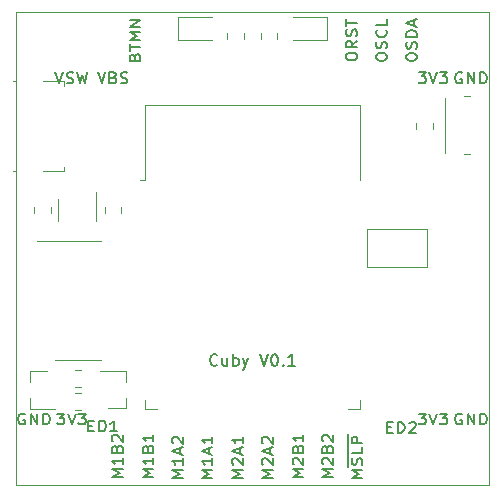
<source format=gbr>
G04 #@! TF.GenerationSoftware,KiCad,Pcbnew,(5.1.4)-1*
G04 #@! TF.CreationDate,2019-10-09T21:16:12+02:00*
G04 #@! TF.ProjectId,Front,46726f6e-742e-46b6-9963-61645f706362,rev?*
G04 #@! TF.SameCoordinates,Original*
G04 #@! TF.FileFunction,Legend,Top*
G04 #@! TF.FilePolarity,Positive*
%FSLAX46Y46*%
G04 Gerber Fmt 4.6, Leading zero omitted, Abs format (unit mm)*
G04 Created by KiCad (PCBNEW (5.1.4)-1) date 2019-10-09 21:16:12*
%MOMM*%
%LPD*%
G04 APERTURE LIST*
%ADD10C,0.150000*%
%ADD11C,0.100000*%
%ADD12C,0.120000*%
G04 APERTURE END LIST*
D10*
X212523809Y-132857142D02*
X212476190Y-132904761D01*
X212333333Y-132952380D01*
X212238095Y-132952380D01*
X212095238Y-132904761D01*
X212000000Y-132809523D01*
X211952380Y-132714285D01*
X211904761Y-132523809D01*
X211904761Y-132380952D01*
X211952380Y-132190476D01*
X212000000Y-132095238D01*
X212095238Y-132000000D01*
X212238095Y-131952380D01*
X212333333Y-131952380D01*
X212476190Y-132000000D01*
X212523809Y-132047619D01*
X213380952Y-132285714D02*
X213380952Y-132952380D01*
X212952380Y-132285714D02*
X212952380Y-132809523D01*
X213000000Y-132904761D01*
X213095238Y-132952380D01*
X213238095Y-132952380D01*
X213333333Y-132904761D01*
X213380952Y-132857142D01*
X213857142Y-132952380D02*
X213857142Y-131952380D01*
X213857142Y-132333333D02*
X213952380Y-132285714D01*
X214142857Y-132285714D01*
X214238095Y-132333333D01*
X214285714Y-132380952D01*
X214333333Y-132476190D01*
X214333333Y-132761904D01*
X214285714Y-132857142D01*
X214238095Y-132904761D01*
X214142857Y-132952380D01*
X213952380Y-132952380D01*
X213857142Y-132904761D01*
X214666666Y-132285714D02*
X214904761Y-132952380D01*
X215142857Y-132285714D02*
X214904761Y-132952380D01*
X214809523Y-133190476D01*
X214761904Y-133238095D01*
X214666666Y-133285714D01*
X216142857Y-131952380D02*
X216476190Y-132952380D01*
X216809523Y-131952380D01*
X217333333Y-131952380D02*
X217428571Y-131952380D01*
X217523809Y-132000000D01*
X217571428Y-132047619D01*
X217619047Y-132142857D01*
X217666666Y-132333333D01*
X217666666Y-132571428D01*
X217619047Y-132761904D01*
X217571428Y-132857142D01*
X217523809Y-132904761D01*
X217428571Y-132952380D01*
X217333333Y-132952380D01*
X217238095Y-132904761D01*
X217190476Y-132857142D01*
X217142857Y-132761904D01*
X217095238Y-132571428D01*
X217095238Y-132333333D01*
X217142857Y-132142857D01*
X217190476Y-132047619D01*
X217238095Y-132000000D01*
X217333333Y-131952380D01*
X218095238Y-132857142D02*
X218142857Y-132904761D01*
X218095238Y-132952380D01*
X218047619Y-132904761D01*
X218095238Y-132857142D01*
X218095238Y-132952380D01*
X219095238Y-132952380D02*
X218523809Y-132952380D01*
X218809523Y-132952380D02*
X218809523Y-131952380D01*
X218714285Y-132095238D01*
X218619047Y-132190476D01*
X218523809Y-132238095D01*
D11*
X225200000Y-121400000D02*
X230300000Y-121400000D01*
X225200000Y-124600000D02*
X225200000Y-121400000D01*
X230300000Y-124600000D02*
X225200000Y-124600000D01*
X230300000Y-121400000D02*
X230300000Y-124600000D01*
X195500000Y-143000000D02*
X195500000Y-103000000D01*
X235500000Y-143000000D02*
X195500000Y-143000000D01*
X235500000Y-103000000D02*
X235500000Y-143000000D01*
X195500000Y-103000000D02*
X235500000Y-103000000D01*
D12*
X199510000Y-116460000D02*
X199510000Y-116080000D01*
X195460000Y-116460000D02*
X195200000Y-116460000D01*
X199510000Y-116460000D02*
X197740000Y-116460000D01*
X199510000Y-108840000D02*
X199510000Y-109220000D01*
X197740000Y-108840000D02*
X199510000Y-108840000D01*
X195200000Y-108840000D02*
X195460000Y-108840000D01*
X206380000Y-117255000D02*
X206000000Y-117255000D01*
X206380000Y-110835000D02*
X206380000Y-117255000D01*
X224620000Y-110835000D02*
X224620000Y-117255000D01*
X206380000Y-110835000D02*
X224620000Y-110835000D01*
X224620000Y-136580000D02*
X223620000Y-136580000D01*
X224620000Y-135800000D02*
X224620000Y-136580000D01*
X206380000Y-136580000D02*
X207380000Y-136580000D01*
X206380000Y-135800000D02*
X206380000Y-136580000D01*
X200700000Y-132460000D02*
X202650000Y-132460000D01*
X200700000Y-132460000D02*
X198750000Y-132460000D01*
X200700000Y-122340000D02*
X202650000Y-122340000D01*
X200700000Y-122340000D02*
X197250000Y-122340000D01*
X204760000Y-136560000D02*
X203300000Y-136560000D01*
X204760000Y-133400000D02*
X202600000Y-133400000D01*
X204760000Y-133400000D02*
X204760000Y-134330000D01*
X204760000Y-136560000D02*
X204760000Y-135630000D01*
X196650000Y-133410000D02*
X198110000Y-133410000D01*
X196650000Y-136570000D02*
X198810000Y-136570000D01*
X196650000Y-136570000D02*
X196650000Y-135640000D01*
X196650000Y-133410000D02*
X196650000Y-134340000D01*
X199030000Y-118860000D02*
X199030000Y-120660000D01*
X202250000Y-120660000D02*
X202250000Y-118210000D01*
X235500000Y-111165000D02*
X235500000Y-110240000D01*
X233375000Y-115040000D02*
X233925000Y-115040000D01*
X233375000Y-110140000D02*
X233925000Y-110140000D01*
X231800000Y-114940000D02*
X231800000Y-110240000D01*
X235500000Y-114940000D02*
X235500000Y-114015000D01*
X209215000Y-105360000D02*
X212075000Y-105360000D01*
X209215000Y-103440000D02*
X209215000Y-105360000D01*
X212075000Y-103440000D02*
X209215000Y-103440000D01*
X221785000Y-103440000D02*
X218925000Y-103440000D01*
X221785000Y-105360000D02*
X221785000Y-103440000D01*
X218925000Y-105360000D02*
X221785000Y-105360000D01*
X196990000Y-120018578D02*
X196990000Y-119501422D01*
X198410000Y-120018578D02*
X198410000Y-119501422D01*
X204410000Y-120018578D02*
X204410000Y-119501422D01*
X202990000Y-120018578D02*
X202990000Y-119501422D01*
X200441422Y-133290000D02*
X200958578Y-133290000D01*
X200441422Y-134710000D02*
X200958578Y-134710000D01*
X200441422Y-136710000D02*
X200958578Y-136710000D01*
X200441422Y-135290000D02*
X200958578Y-135290000D01*
X217610000Y-104741422D02*
X217610000Y-105258578D01*
X216190000Y-104741422D02*
X216190000Y-105258578D01*
X213390000Y-104741422D02*
X213390000Y-105258578D01*
X214810000Y-104741422D02*
X214810000Y-105258578D01*
X230810000Y-112391422D02*
X230810000Y-112908578D01*
X229390000Y-112391422D02*
X229390000Y-112908578D01*
D10*
X229561904Y-108107142D02*
X230180952Y-108107142D01*
X229847619Y-108450000D01*
X229990476Y-108450000D01*
X230085714Y-108492857D01*
X230133333Y-108535714D01*
X230180952Y-108621428D01*
X230180952Y-108835714D01*
X230133333Y-108921428D01*
X230085714Y-108964285D01*
X229990476Y-109007142D01*
X229704761Y-109007142D01*
X229609523Y-108964285D01*
X229561904Y-108921428D01*
X230466666Y-108107142D02*
X230800000Y-109007142D01*
X231133333Y-108107142D01*
X231371428Y-108107142D02*
X231990476Y-108107142D01*
X231657142Y-108450000D01*
X231800000Y-108450000D01*
X231895238Y-108492857D01*
X231942857Y-108535714D01*
X231990476Y-108621428D01*
X231990476Y-108835714D01*
X231942857Y-108921428D01*
X231895238Y-108964285D01*
X231800000Y-109007142D01*
X231514285Y-109007142D01*
X231419047Y-108964285D01*
X231371428Y-108921428D01*
X229561904Y-137007142D02*
X230180952Y-137007142D01*
X229847619Y-137350000D01*
X229990476Y-137350000D01*
X230085714Y-137392857D01*
X230133333Y-137435714D01*
X230180952Y-137521428D01*
X230180952Y-137735714D01*
X230133333Y-137821428D01*
X230085714Y-137864285D01*
X229990476Y-137907142D01*
X229704761Y-137907142D01*
X229609523Y-137864285D01*
X229561904Y-137821428D01*
X230466666Y-137007142D02*
X230800000Y-137907142D01*
X231133333Y-137007142D01*
X231371428Y-137007142D02*
X231990476Y-137007142D01*
X231657142Y-137350000D01*
X231800000Y-137350000D01*
X231895238Y-137392857D01*
X231942857Y-137435714D01*
X231990476Y-137521428D01*
X231990476Y-137735714D01*
X231942857Y-137821428D01*
X231895238Y-137864285D01*
X231800000Y-137907142D01*
X231514285Y-137907142D01*
X231419047Y-137864285D01*
X231371428Y-137821428D01*
X233238095Y-137050000D02*
X233142857Y-137007142D01*
X233000000Y-137007142D01*
X232857142Y-137050000D01*
X232761904Y-137135714D01*
X232714285Y-137221428D01*
X232666666Y-137392857D01*
X232666666Y-137521428D01*
X232714285Y-137692857D01*
X232761904Y-137778571D01*
X232857142Y-137864285D01*
X233000000Y-137907142D01*
X233095238Y-137907142D01*
X233238095Y-137864285D01*
X233285714Y-137821428D01*
X233285714Y-137521428D01*
X233095238Y-137521428D01*
X233714285Y-137907142D02*
X233714285Y-137007142D01*
X234285714Y-137907142D01*
X234285714Y-137007142D01*
X234761904Y-137907142D02*
X234761904Y-137007142D01*
X235000000Y-137007142D01*
X235142857Y-137050000D01*
X235238095Y-137135714D01*
X235285714Y-137221428D01*
X235333333Y-137392857D01*
X235333333Y-137521428D01*
X235285714Y-137692857D01*
X235238095Y-137778571D01*
X235142857Y-137864285D01*
X235000000Y-137907142D01*
X234761904Y-137907142D01*
X233238095Y-108150000D02*
X233142857Y-108107142D01*
X233000000Y-108107142D01*
X232857142Y-108150000D01*
X232761904Y-108235714D01*
X232714285Y-108321428D01*
X232666666Y-108492857D01*
X232666666Y-108621428D01*
X232714285Y-108792857D01*
X232761904Y-108878571D01*
X232857142Y-108964285D01*
X233000000Y-109007142D01*
X233095238Y-109007142D01*
X233238095Y-108964285D01*
X233285714Y-108921428D01*
X233285714Y-108621428D01*
X233095238Y-108621428D01*
X233714285Y-109007142D02*
X233714285Y-108107142D01*
X234285714Y-109007142D01*
X234285714Y-108107142D01*
X234761904Y-109007142D02*
X234761904Y-108107142D01*
X235000000Y-108107142D01*
X235142857Y-108150000D01*
X235238095Y-108235714D01*
X235285714Y-108321428D01*
X235333333Y-108492857D01*
X235333333Y-108621428D01*
X235285714Y-108792857D01*
X235238095Y-108878571D01*
X235142857Y-108964285D01*
X235000000Y-109007142D01*
X234761904Y-109007142D01*
X198961904Y-137007142D02*
X199580952Y-137007142D01*
X199247619Y-137350000D01*
X199390476Y-137350000D01*
X199485714Y-137392857D01*
X199533333Y-137435714D01*
X199580952Y-137521428D01*
X199580952Y-137735714D01*
X199533333Y-137821428D01*
X199485714Y-137864285D01*
X199390476Y-137907142D01*
X199104761Y-137907142D01*
X199009523Y-137864285D01*
X198961904Y-137821428D01*
X199866666Y-137007142D02*
X200200000Y-137907142D01*
X200533333Y-137007142D01*
X200771428Y-137007142D02*
X201390476Y-137007142D01*
X201057142Y-137350000D01*
X201200000Y-137350000D01*
X201295238Y-137392857D01*
X201342857Y-137435714D01*
X201390476Y-137521428D01*
X201390476Y-137735714D01*
X201342857Y-137821428D01*
X201295238Y-137864285D01*
X201200000Y-137907142D01*
X200914285Y-137907142D01*
X200819047Y-137864285D01*
X200771428Y-137821428D01*
X196238095Y-137050000D02*
X196142857Y-137007142D01*
X196000000Y-137007142D01*
X195857142Y-137050000D01*
X195761904Y-137135714D01*
X195714285Y-137221428D01*
X195666666Y-137392857D01*
X195666666Y-137521428D01*
X195714285Y-137692857D01*
X195761904Y-137778571D01*
X195857142Y-137864285D01*
X196000000Y-137907142D01*
X196095238Y-137907142D01*
X196238095Y-137864285D01*
X196285714Y-137821428D01*
X196285714Y-137521428D01*
X196095238Y-137521428D01*
X196714285Y-137907142D02*
X196714285Y-137007142D01*
X197285714Y-137907142D01*
X197285714Y-137007142D01*
X197761904Y-137907142D02*
X197761904Y-137007142D01*
X198000000Y-137007142D01*
X198142857Y-137050000D01*
X198238095Y-137135714D01*
X198285714Y-137221428D01*
X198333333Y-137392857D01*
X198333333Y-137521428D01*
X198285714Y-137692857D01*
X198238095Y-137778571D01*
X198142857Y-137864285D01*
X198000000Y-137907142D01*
X197761904Y-137907142D01*
X198819047Y-108107142D02*
X199152380Y-109007142D01*
X199485714Y-108107142D01*
X199771428Y-108964285D02*
X199914285Y-109007142D01*
X200152380Y-109007142D01*
X200247619Y-108964285D01*
X200295238Y-108921428D01*
X200342857Y-108835714D01*
X200342857Y-108750000D01*
X200295238Y-108664285D01*
X200247619Y-108621428D01*
X200152380Y-108578571D01*
X199961904Y-108535714D01*
X199866666Y-108492857D01*
X199819047Y-108450000D01*
X199771428Y-108364285D01*
X199771428Y-108278571D01*
X199819047Y-108192857D01*
X199866666Y-108150000D01*
X199961904Y-108107142D01*
X200200000Y-108107142D01*
X200342857Y-108150000D01*
X200676190Y-108107142D02*
X200914285Y-109007142D01*
X201104761Y-108364285D01*
X201295238Y-109007142D01*
X201533333Y-108107142D01*
X223427142Y-106852380D02*
X223427142Y-106661904D01*
X223470000Y-106566666D01*
X223555714Y-106471428D01*
X223727142Y-106423809D01*
X224027142Y-106423809D01*
X224198571Y-106471428D01*
X224284285Y-106566666D01*
X224327142Y-106661904D01*
X224327142Y-106852380D01*
X224284285Y-106947619D01*
X224198571Y-107042857D01*
X224027142Y-107090476D01*
X223727142Y-107090476D01*
X223555714Y-107042857D01*
X223470000Y-106947619D01*
X223427142Y-106852380D01*
X224327142Y-105423809D02*
X223898571Y-105757142D01*
X224327142Y-105995238D02*
X223427142Y-105995238D01*
X223427142Y-105614285D01*
X223470000Y-105519047D01*
X223512857Y-105471428D01*
X223598571Y-105423809D01*
X223727142Y-105423809D01*
X223812857Y-105471428D01*
X223855714Y-105519047D01*
X223898571Y-105614285D01*
X223898571Y-105995238D01*
X224284285Y-105042857D02*
X224327142Y-104900000D01*
X224327142Y-104661904D01*
X224284285Y-104566666D01*
X224241428Y-104519047D01*
X224155714Y-104471428D01*
X224070000Y-104471428D01*
X223984285Y-104519047D01*
X223941428Y-104566666D01*
X223898571Y-104661904D01*
X223855714Y-104852380D01*
X223812857Y-104947619D01*
X223770000Y-104995238D01*
X223684285Y-105042857D01*
X223598571Y-105042857D01*
X223512857Y-104995238D01*
X223470000Y-104947619D01*
X223427142Y-104852380D01*
X223427142Y-104614285D01*
X223470000Y-104471428D01*
X223427142Y-104185714D02*
X223427142Y-103614285D01*
X224327142Y-103900000D02*
X223427142Y-103900000D01*
X225967142Y-106876190D02*
X225967142Y-106685714D01*
X226010000Y-106590476D01*
X226095714Y-106495238D01*
X226267142Y-106447619D01*
X226567142Y-106447619D01*
X226738571Y-106495238D01*
X226824285Y-106590476D01*
X226867142Y-106685714D01*
X226867142Y-106876190D01*
X226824285Y-106971428D01*
X226738571Y-107066666D01*
X226567142Y-107114285D01*
X226267142Y-107114285D01*
X226095714Y-107066666D01*
X226010000Y-106971428D01*
X225967142Y-106876190D01*
X226824285Y-106066666D02*
X226867142Y-105923809D01*
X226867142Y-105685714D01*
X226824285Y-105590476D01*
X226781428Y-105542857D01*
X226695714Y-105495238D01*
X226610000Y-105495238D01*
X226524285Y-105542857D01*
X226481428Y-105590476D01*
X226438571Y-105685714D01*
X226395714Y-105876190D01*
X226352857Y-105971428D01*
X226310000Y-106019047D01*
X226224285Y-106066666D01*
X226138571Y-106066666D01*
X226052857Y-106019047D01*
X226010000Y-105971428D01*
X225967142Y-105876190D01*
X225967142Y-105638095D01*
X226010000Y-105495238D01*
X226781428Y-104495238D02*
X226824285Y-104542857D01*
X226867142Y-104685714D01*
X226867142Y-104780952D01*
X226824285Y-104923809D01*
X226738571Y-105019047D01*
X226652857Y-105066666D01*
X226481428Y-105114285D01*
X226352857Y-105114285D01*
X226181428Y-105066666D01*
X226095714Y-105019047D01*
X226010000Y-104923809D01*
X225967142Y-104780952D01*
X225967142Y-104685714D01*
X226010000Y-104542857D01*
X226052857Y-104495238D01*
X226867142Y-103590476D02*
X226867142Y-104066666D01*
X225967142Y-104066666D01*
X228507142Y-106900000D02*
X228507142Y-106709523D01*
X228550000Y-106614285D01*
X228635714Y-106519047D01*
X228807142Y-106471428D01*
X229107142Y-106471428D01*
X229278571Y-106519047D01*
X229364285Y-106614285D01*
X229407142Y-106709523D01*
X229407142Y-106900000D01*
X229364285Y-106995238D01*
X229278571Y-107090476D01*
X229107142Y-107138095D01*
X228807142Y-107138095D01*
X228635714Y-107090476D01*
X228550000Y-106995238D01*
X228507142Y-106900000D01*
X229364285Y-106090476D02*
X229407142Y-105947619D01*
X229407142Y-105709523D01*
X229364285Y-105614285D01*
X229321428Y-105566666D01*
X229235714Y-105519047D01*
X229150000Y-105519047D01*
X229064285Y-105566666D01*
X229021428Y-105614285D01*
X228978571Y-105709523D01*
X228935714Y-105900000D01*
X228892857Y-105995238D01*
X228850000Y-106042857D01*
X228764285Y-106090476D01*
X228678571Y-106090476D01*
X228592857Y-106042857D01*
X228550000Y-105995238D01*
X228507142Y-105900000D01*
X228507142Y-105661904D01*
X228550000Y-105519047D01*
X229407142Y-105090476D02*
X228507142Y-105090476D01*
X228507142Y-104852380D01*
X228550000Y-104709523D01*
X228635714Y-104614285D01*
X228721428Y-104566666D01*
X228892857Y-104519047D01*
X229021428Y-104519047D01*
X229192857Y-104566666D01*
X229278571Y-104614285D01*
X229364285Y-104709523D01*
X229407142Y-104852380D01*
X229407142Y-105090476D01*
X229150000Y-104138095D02*
X229150000Y-103661904D01*
X229407142Y-104233333D02*
X228507142Y-103900000D01*
X229407142Y-103566666D01*
X226909523Y-138135714D02*
X227242857Y-138135714D01*
X227385714Y-138607142D02*
X226909523Y-138607142D01*
X226909523Y-137707142D01*
X227385714Y-137707142D01*
X227814285Y-138607142D02*
X227814285Y-137707142D01*
X228052380Y-137707142D01*
X228195238Y-137750000D01*
X228290476Y-137835714D01*
X228338095Y-137921428D01*
X228385714Y-138092857D01*
X228385714Y-138221428D01*
X228338095Y-138392857D01*
X228290476Y-138478571D01*
X228195238Y-138564285D01*
X228052380Y-138607142D01*
X227814285Y-138607142D01*
X228766666Y-137792857D02*
X228814285Y-137750000D01*
X228909523Y-137707142D01*
X229147619Y-137707142D01*
X229242857Y-137750000D01*
X229290476Y-137792857D01*
X229338095Y-137878571D01*
X229338095Y-137964285D01*
X229290476Y-138092857D01*
X228719047Y-138607142D01*
X229338095Y-138607142D01*
X201609523Y-138035714D02*
X201942857Y-138035714D01*
X202085714Y-138507142D02*
X201609523Y-138507142D01*
X201609523Y-137607142D01*
X202085714Y-137607142D01*
X202514285Y-138507142D02*
X202514285Y-137607142D01*
X202752380Y-137607142D01*
X202895238Y-137650000D01*
X202990476Y-137735714D01*
X203038095Y-137821428D01*
X203085714Y-137992857D01*
X203085714Y-138121428D01*
X203038095Y-138292857D01*
X202990476Y-138378571D01*
X202895238Y-138464285D01*
X202752380Y-138507142D01*
X202514285Y-138507142D01*
X204038095Y-138507142D02*
X203466666Y-138507142D01*
X203752380Y-138507142D02*
X203752380Y-137607142D01*
X203657142Y-137735714D01*
X203561904Y-137821428D01*
X203466666Y-137864285D01*
X205535714Y-106804761D02*
X205578571Y-106661904D01*
X205621428Y-106614285D01*
X205707142Y-106566666D01*
X205835714Y-106566666D01*
X205921428Y-106614285D01*
X205964285Y-106661904D01*
X206007142Y-106757142D01*
X206007142Y-107138095D01*
X205107142Y-107138095D01*
X205107142Y-106804761D01*
X205150000Y-106709523D01*
X205192857Y-106661904D01*
X205278571Y-106614285D01*
X205364285Y-106614285D01*
X205450000Y-106661904D01*
X205492857Y-106709523D01*
X205535714Y-106804761D01*
X205535714Y-107138095D01*
X205107142Y-106280952D02*
X205107142Y-105709523D01*
X206007142Y-105995238D02*
X205107142Y-105995238D01*
X206007142Y-105376190D02*
X205107142Y-105376190D01*
X205750000Y-105042857D01*
X205107142Y-104709523D01*
X206007142Y-104709523D01*
X206007142Y-104233333D02*
X205107142Y-104233333D01*
X206007142Y-103661904D01*
X205107142Y-103661904D01*
X222307142Y-142385714D02*
X221407142Y-142385714D01*
X222050000Y-142052380D01*
X221407142Y-141719047D01*
X222307142Y-141719047D01*
X221492857Y-141290476D02*
X221450000Y-141242857D01*
X221407142Y-141147619D01*
X221407142Y-140909523D01*
X221450000Y-140814285D01*
X221492857Y-140766666D01*
X221578571Y-140719047D01*
X221664285Y-140719047D01*
X221792857Y-140766666D01*
X222307142Y-141338095D01*
X222307142Y-140719047D01*
X221835714Y-139957142D02*
X221878571Y-139814285D01*
X221921428Y-139766666D01*
X222007142Y-139719047D01*
X222135714Y-139719047D01*
X222221428Y-139766666D01*
X222264285Y-139814285D01*
X222307142Y-139909523D01*
X222307142Y-140290476D01*
X221407142Y-140290476D01*
X221407142Y-139957142D01*
X221450000Y-139861904D01*
X221492857Y-139814285D01*
X221578571Y-139766666D01*
X221664285Y-139766666D01*
X221750000Y-139814285D01*
X221792857Y-139861904D01*
X221835714Y-139957142D01*
X221835714Y-140290476D01*
X221492857Y-139338095D02*
X221450000Y-139290476D01*
X221407142Y-139195238D01*
X221407142Y-138957142D01*
X221450000Y-138861904D01*
X221492857Y-138814285D01*
X221578571Y-138766666D01*
X221664285Y-138766666D01*
X221792857Y-138814285D01*
X222307142Y-139385714D01*
X222307142Y-138766666D01*
X219807142Y-142385714D02*
X218907142Y-142385714D01*
X219550000Y-142052380D01*
X218907142Y-141719047D01*
X219807142Y-141719047D01*
X218992857Y-141290476D02*
X218950000Y-141242857D01*
X218907142Y-141147619D01*
X218907142Y-140909523D01*
X218950000Y-140814285D01*
X218992857Y-140766666D01*
X219078571Y-140719047D01*
X219164285Y-140719047D01*
X219292857Y-140766666D01*
X219807142Y-141338095D01*
X219807142Y-140719047D01*
X219335714Y-139957142D02*
X219378571Y-139814285D01*
X219421428Y-139766666D01*
X219507142Y-139719047D01*
X219635714Y-139719047D01*
X219721428Y-139766666D01*
X219764285Y-139814285D01*
X219807142Y-139909523D01*
X219807142Y-140290476D01*
X218907142Y-140290476D01*
X218907142Y-139957142D01*
X218950000Y-139861904D01*
X218992857Y-139814285D01*
X219078571Y-139766666D01*
X219164285Y-139766666D01*
X219250000Y-139814285D01*
X219292857Y-139861904D01*
X219335714Y-139957142D01*
X219335714Y-140290476D01*
X219807142Y-138766666D02*
X219807142Y-139338095D01*
X219807142Y-139052380D02*
X218907142Y-139052380D01*
X219035714Y-139147619D01*
X219121428Y-139242857D01*
X219164285Y-139338095D01*
X217207142Y-142414285D02*
X216307142Y-142414285D01*
X216950000Y-142080952D01*
X216307142Y-141747619D01*
X217207142Y-141747619D01*
X216392857Y-141319047D02*
X216350000Y-141271428D01*
X216307142Y-141176190D01*
X216307142Y-140938095D01*
X216350000Y-140842857D01*
X216392857Y-140795238D01*
X216478571Y-140747619D01*
X216564285Y-140747619D01*
X216692857Y-140795238D01*
X217207142Y-141366666D01*
X217207142Y-140747619D01*
X216950000Y-140366666D02*
X216950000Y-139890476D01*
X217207142Y-140461904D02*
X216307142Y-140128571D01*
X217207142Y-139795238D01*
X216392857Y-139509523D02*
X216350000Y-139461904D01*
X216307142Y-139366666D01*
X216307142Y-139128571D01*
X216350000Y-139033333D01*
X216392857Y-138985714D01*
X216478571Y-138938095D01*
X216564285Y-138938095D01*
X216692857Y-138985714D01*
X217207142Y-139557142D01*
X217207142Y-138938095D01*
X214707142Y-142414285D02*
X213807142Y-142414285D01*
X214450000Y-142080952D01*
X213807142Y-141747619D01*
X214707142Y-141747619D01*
X213892857Y-141319047D02*
X213850000Y-141271428D01*
X213807142Y-141176190D01*
X213807142Y-140938095D01*
X213850000Y-140842857D01*
X213892857Y-140795238D01*
X213978571Y-140747619D01*
X214064285Y-140747619D01*
X214192857Y-140795238D01*
X214707142Y-141366666D01*
X214707142Y-140747619D01*
X214450000Y-140366666D02*
X214450000Y-139890476D01*
X214707142Y-140461904D02*
X213807142Y-140128571D01*
X214707142Y-139795238D01*
X214707142Y-138938095D02*
X214707142Y-139509523D01*
X214707142Y-139223809D02*
X213807142Y-139223809D01*
X213935714Y-139319047D01*
X214021428Y-139414285D01*
X214064285Y-139509523D01*
X212107142Y-142414285D02*
X211207142Y-142414285D01*
X211850000Y-142080952D01*
X211207142Y-141747619D01*
X212107142Y-141747619D01*
X212107142Y-140747619D02*
X212107142Y-141319047D01*
X212107142Y-141033333D02*
X211207142Y-141033333D01*
X211335714Y-141128571D01*
X211421428Y-141223809D01*
X211464285Y-141319047D01*
X211850000Y-140366666D02*
X211850000Y-139890476D01*
X212107142Y-140461904D02*
X211207142Y-140128571D01*
X212107142Y-139795238D01*
X212107142Y-138938095D02*
X212107142Y-139509523D01*
X212107142Y-139223809D02*
X211207142Y-139223809D01*
X211335714Y-139319047D01*
X211421428Y-139414285D01*
X211464285Y-139509523D01*
X209607142Y-142414285D02*
X208707142Y-142414285D01*
X209350000Y-142080952D01*
X208707142Y-141747619D01*
X209607142Y-141747619D01*
X209607142Y-140747619D02*
X209607142Y-141319047D01*
X209607142Y-141033333D02*
X208707142Y-141033333D01*
X208835714Y-141128571D01*
X208921428Y-141223809D01*
X208964285Y-141319047D01*
X209350000Y-140366666D02*
X209350000Y-139890476D01*
X209607142Y-140461904D02*
X208707142Y-140128571D01*
X209607142Y-139795238D01*
X208792857Y-139509523D02*
X208750000Y-139461904D01*
X208707142Y-139366666D01*
X208707142Y-139128571D01*
X208750000Y-139033333D01*
X208792857Y-138985714D01*
X208878571Y-138938095D01*
X208964285Y-138938095D01*
X209092857Y-138985714D01*
X209607142Y-139557142D01*
X209607142Y-138938095D01*
X207107142Y-142385714D02*
X206207142Y-142385714D01*
X206850000Y-142052380D01*
X206207142Y-141719047D01*
X207107142Y-141719047D01*
X207107142Y-140719047D02*
X207107142Y-141290476D01*
X207107142Y-141004761D02*
X206207142Y-141004761D01*
X206335714Y-141100000D01*
X206421428Y-141195238D01*
X206464285Y-141290476D01*
X206635714Y-139957142D02*
X206678571Y-139814285D01*
X206721428Y-139766666D01*
X206807142Y-139719047D01*
X206935714Y-139719047D01*
X207021428Y-139766666D01*
X207064285Y-139814285D01*
X207107142Y-139909523D01*
X207107142Y-140290476D01*
X206207142Y-140290476D01*
X206207142Y-139957142D01*
X206250000Y-139861904D01*
X206292857Y-139814285D01*
X206378571Y-139766666D01*
X206464285Y-139766666D01*
X206550000Y-139814285D01*
X206592857Y-139861904D01*
X206635714Y-139957142D01*
X206635714Y-140290476D01*
X207107142Y-138766666D02*
X207107142Y-139338095D01*
X207107142Y-139052380D02*
X206207142Y-139052380D01*
X206335714Y-139147619D01*
X206421428Y-139242857D01*
X206464285Y-139338095D01*
X204507142Y-142385714D02*
X203607142Y-142385714D01*
X204250000Y-142052380D01*
X203607142Y-141719047D01*
X204507142Y-141719047D01*
X204507142Y-140719047D02*
X204507142Y-141290476D01*
X204507142Y-141004761D02*
X203607142Y-141004761D01*
X203735714Y-141100000D01*
X203821428Y-141195238D01*
X203864285Y-141290476D01*
X204035714Y-139957142D02*
X204078571Y-139814285D01*
X204121428Y-139766666D01*
X204207142Y-139719047D01*
X204335714Y-139719047D01*
X204421428Y-139766666D01*
X204464285Y-139814285D01*
X204507142Y-139909523D01*
X204507142Y-140290476D01*
X203607142Y-140290476D01*
X203607142Y-139957142D01*
X203650000Y-139861904D01*
X203692857Y-139814285D01*
X203778571Y-139766666D01*
X203864285Y-139766666D01*
X203950000Y-139814285D01*
X203992857Y-139861904D01*
X204035714Y-139957142D01*
X204035714Y-140290476D01*
X203692857Y-139338095D02*
X203650000Y-139290476D01*
X203607142Y-139195238D01*
X203607142Y-138957142D01*
X203650000Y-138861904D01*
X203692857Y-138814285D01*
X203778571Y-138766666D01*
X203864285Y-138766666D01*
X203992857Y-138814285D01*
X204507142Y-139385714D01*
X204507142Y-138766666D01*
X224807142Y-142414285D02*
X223907142Y-142414285D01*
X224550000Y-142080952D01*
X223907142Y-141747619D01*
X224807142Y-141747619D01*
X223557000Y-141509523D02*
X223557000Y-140557142D01*
X224764285Y-141319047D02*
X224807142Y-141176190D01*
X224807142Y-140938095D01*
X224764285Y-140842857D01*
X224721428Y-140795238D01*
X224635714Y-140747619D01*
X224550000Y-140747619D01*
X224464285Y-140795238D01*
X224421428Y-140842857D01*
X224378571Y-140938095D01*
X224335714Y-141128571D01*
X224292857Y-141223809D01*
X224250000Y-141271428D01*
X224164285Y-141319047D01*
X224078571Y-141319047D01*
X223992857Y-141271428D01*
X223950000Y-141223809D01*
X223907142Y-141128571D01*
X223907142Y-140890476D01*
X223950000Y-140747619D01*
X223557000Y-140557142D02*
X223557000Y-139747619D01*
X224807142Y-139842857D02*
X224807142Y-140319047D01*
X223907142Y-140319047D01*
X223557000Y-139747619D02*
X223557000Y-138747619D01*
X224807142Y-139509523D02*
X223907142Y-139509523D01*
X223907142Y-139128571D01*
X223950000Y-139033333D01*
X223992857Y-138985714D01*
X224078571Y-138938095D01*
X224207142Y-138938095D01*
X224292857Y-138985714D01*
X224335714Y-139033333D01*
X224378571Y-139128571D01*
X224378571Y-139509523D01*
X202390476Y-108107142D02*
X202723809Y-109007142D01*
X203057142Y-108107142D01*
X203723809Y-108535714D02*
X203866666Y-108578571D01*
X203914285Y-108621428D01*
X203961904Y-108707142D01*
X203961904Y-108835714D01*
X203914285Y-108921428D01*
X203866666Y-108964285D01*
X203771428Y-109007142D01*
X203390476Y-109007142D01*
X203390476Y-108107142D01*
X203723809Y-108107142D01*
X203819047Y-108150000D01*
X203866666Y-108192857D01*
X203914285Y-108278571D01*
X203914285Y-108364285D01*
X203866666Y-108450000D01*
X203819047Y-108492857D01*
X203723809Y-108535714D01*
X203390476Y-108535714D01*
X204342857Y-108964285D02*
X204485714Y-109007142D01*
X204723809Y-109007142D01*
X204819047Y-108964285D01*
X204866666Y-108921428D01*
X204914285Y-108835714D01*
X204914285Y-108750000D01*
X204866666Y-108664285D01*
X204819047Y-108621428D01*
X204723809Y-108578571D01*
X204533333Y-108535714D01*
X204438095Y-108492857D01*
X204390476Y-108450000D01*
X204342857Y-108364285D01*
X204342857Y-108278571D01*
X204390476Y-108192857D01*
X204438095Y-108150000D01*
X204533333Y-108107142D01*
X204771428Y-108107142D01*
X204914285Y-108150000D01*
M02*

</source>
